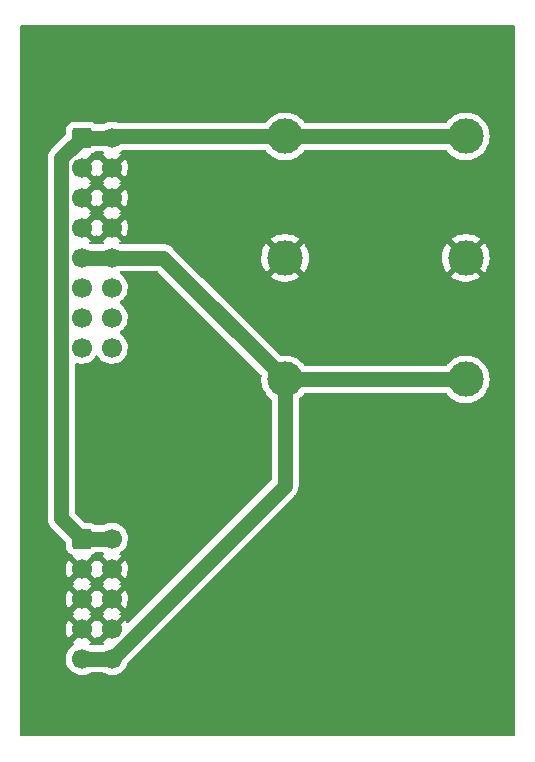
<source format=gtl>
%TF.GenerationSoftware,KiCad,Pcbnew,(6.0.0-0)*%
%TF.CreationDate,2022-04-11T16:32:45+01:00*%
%TF.ProjectId,euro-power-friend,6575726f-2d70-46f7-9765-722d66726965,rev?*%
%TF.SameCoordinates,Original*%
%TF.FileFunction,Copper,L1,Top*%
%TF.FilePolarity,Positive*%
%FSLAX46Y46*%
G04 Gerber Fmt 4.6, Leading zero omitted, Abs format (unit mm)*
G04 Created by KiCad (PCBNEW (6.0.0-0)) date 2022-04-11 16:32:45*
%MOMM*%
%LPD*%
G01*
G04 APERTURE LIST*
G04 Aperture macros list*
%AMRoundRect*
0 Rectangle with rounded corners*
0 $1 Rounding radius*
0 $2 $3 $4 $5 $6 $7 $8 $9 X,Y pos of 4 corners*
0 Add a 4 corners polygon primitive as box body*
4,1,4,$2,$3,$4,$5,$6,$7,$8,$9,$2,$3,0*
0 Add four circle primitives for the rounded corners*
1,1,$1+$1,$2,$3*
1,1,$1+$1,$4,$5*
1,1,$1+$1,$6,$7*
1,1,$1+$1,$8,$9*
0 Add four rect primitives between the rounded corners*
20,1,$1+$1,$2,$3,$4,$5,0*
20,1,$1+$1,$4,$5,$6,$7,0*
20,1,$1+$1,$6,$7,$8,$9,0*
20,1,$1+$1,$8,$9,$2,$3,0*%
G04 Aperture macros list end*
%TA.AperFunction,ComponentPad*%
%ADD10RoundRect,0.250000X-0.600000X-0.600000X0.600000X-0.600000X0.600000X0.600000X-0.600000X0.600000X0*%
%TD*%
%TA.AperFunction,ComponentPad*%
%ADD11C,1.700000*%
%TD*%
%TA.AperFunction,ComponentPad*%
%ADD12C,3.000000*%
%TD*%
%TA.AperFunction,ViaPad*%
%ADD13C,0.762000*%
%TD*%
%TA.AperFunction,Conductor*%
%ADD14C,1.270000*%
%TD*%
G04 APERTURE END LIST*
D10*
%TO.P,J5,1,Pin_1*%
%TO.N,-12V*%
X118237000Y-104569500D03*
D11*
%TO.P,J5,2,Pin_2*%
X120777000Y-104569500D03*
%TO.P,J5,3,Pin_3*%
%TO.N,GND*%
X118237000Y-107109500D03*
%TO.P,J5,4,Pin_4*%
X120777000Y-107109500D03*
%TO.P,J5,5,Pin_5*%
X118237000Y-109649500D03*
%TO.P,J5,6,Pin_6*%
X120777000Y-109649500D03*
%TO.P,J5,7,Pin_7*%
X118237000Y-112189500D03*
%TO.P,J5,8,Pin_8*%
X120777000Y-112189500D03*
%TO.P,J5,9,Pin_9*%
%TO.N,+12V*%
X118237000Y-114729500D03*
%TO.P,J5,10,Pin_10*%
X120777000Y-114729500D03*
%TD*%
D10*
%TO.P,J4,1,Pin_1*%
%TO.N,-12V*%
X118229806Y-70600432D03*
D11*
%TO.P,J4,2,Pin_2*%
X120769806Y-70600432D03*
%TO.P,J4,3,Pin_3*%
%TO.N,GND*%
X118229806Y-73140432D03*
%TO.P,J4,4,Pin_4*%
X120769806Y-73140432D03*
%TO.P,J4,5,Pin_5*%
X118229806Y-75680432D03*
%TO.P,J4,6,Pin_6*%
X120769806Y-75680432D03*
%TO.P,J4,7,Pin_7*%
X118229806Y-78220432D03*
%TO.P,J4,8,Pin_8*%
X120769806Y-78220432D03*
%TO.P,J4,9,Pin_9*%
%TO.N,+12V*%
X118229806Y-80760432D03*
%TO.P,J4,10,Pin_10*%
X120769806Y-80760432D03*
%TO.P,J4,11,Pin_11*%
%TO.N,unconnected-(J4-Pad11)*%
X118229806Y-83300432D03*
%TO.P,J4,12,Pin_12*%
%TO.N,unconnected-(J4-Pad12)*%
X120769806Y-83300432D03*
%TO.P,J4,13,Pin_13*%
%TO.N,unconnected-(J4-Pad13)*%
X118229806Y-85840432D03*
%TO.P,J4,14,Pin_14*%
%TO.N,unconnected-(J4-Pad14)*%
X120769806Y-85840432D03*
%TO.P,J4,15,Pin_15*%
%TO.N,unconnected-(J4-Pad15)*%
X118229806Y-88380432D03*
%TO.P,J4,16,Pin_16*%
%TO.N,unconnected-(J4-Pad16)*%
X120769806Y-88380432D03*
%TD*%
D12*
%TO.P,J3,1*%
%TO.N,-12V*%
X135449000Y-70485000D03*
X150749000Y-70485000D03*
%TD*%
%TO.P,J2,1*%
%TO.N,GND*%
X150749000Y-80772000D03*
X135449000Y-80772000D03*
%TD*%
%TO.P,J1,1*%
%TO.N,+12V*%
X135449000Y-91059000D03*
X150749000Y-91059000D03*
%TD*%
D13*
%TO.N,GND*%
X128270000Y-76327000D03*
X127889000Y-65659000D03*
X147193000Y-112522000D03*
X127889000Y-95758000D03*
%TD*%
D14*
%TO.N,+12V*%
X120777000Y-114729500D02*
X135449000Y-100057500D01*
X135449000Y-100057500D02*
X135449000Y-91059000D01*
X135449000Y-91059000D02*
X125150432Y-80760432D01*
X125150432Y-80760432D02*
X120769806Y-80760432D01*
X150749000Y-91059000D02*
X135449000Y-91059000D01*
%TO.N,-12V*%
X135449000Y-70485000D02*
X120885238Y-70485000D01*
X120885238Y-70485000D02*
X120769806Y-70600432D01*
X150749000Y-70485000D02*
X135449000Y-70485000D01*
X118237000Y-104569500D02*
X120777000Y-104569500D01*
X118229806Y-70600432D02*
X116491295Y-72338943D01*
X116491295Y-102823795D02*
X118237000Y-104569500D01*
X116491295Y-72338943D02*
X116491295Y-102823795D01*
%TO.N,+12V*%
X120769806Y-80760432D02*
X118229806Y-80760432D01*
X120777000Y-114729500D02*
X118237000Y-114729500D01*
%TO.N,-12V*%
X120769806Y-70600432D02*
X118229806Y-70600432D01*
X120781374Y-70612000D02*
X120769806Y-70600432D01*
%TD*%
%TA.AperFunction,Conductor*%
%TO.N,GND*%
G36*
X154783058Y-61088500D02*
G01*
X154797859Y-61090805D01*
X154797862Y-61090805D01*
X154806731Y-61092186D01*
X154812852Y-61091385D01*
X154879374Y-61111803D01*
X154925209Y-61166022D01*
X154933777Y-61207865D01*
X154934814Y-61207729D01*
X154938936Y-61239250D01*
X154940000Y-61255588D01*
X154940000Y-121108673D01*
X154938500Y-121128057D01*
X154934814Y-121151731D01*
X154935615Y-121157852D01*
X154915197Y-121224374D01*
X154860978Y-121270209D01*
X154819135Y-121278777D01*
X154819271Y-121279814D01*
X154787750Y-121283936D01*
X154771412Y-121285000D01*
X113206327Y-121285000D01*
X113186942Y-121283500D01*
X113172141Y-121281195D01*
X113172138Y-121281195D01*
X113163269Y-121279814D01*
X113157148Y-121280615D01*
X113090626Y-121260197D01*
X113044791Y-121205978D01*
X113036223Y-121164135D01*
X113035186Y-121164271D01*
X113031064Y-121132750D01*
X113030000Y-121116412D01*
X113030000Y-112161363D01*
X116875050Y-112161363D01*
X116887309Y-112373977D01*
X116888745Y-112384197D01*
X116935565Y-112591946D01*
X116938645Y-112601775D01*
X117018770Y-112799103D01*
X117023413Y-112808294D01*
X117103460Y-112938920D01*
X117113916Y-112948380D01*
X117122694Y-112944596D01*
X117864978Y-112202312D01*
X117871356Y-112190632D01*
X118601408Y-112190632D01*
X118601539Y-112192465D01*
X118605790Y-112199080D01*
X119347474Y-112940764D01*
X119359484Y-112947323D01*
X119371223Y-112938355D01*
X119405022Y-112891319D01*
X119406149Y-112892129D01*
X119453659Y-112848381D01*
X119523596Y-112836161D01*
X119589038Y-112863691D01*
X119616870Y-112895529D01*
X119643459Y-112938919D01*
X119653916Y-112948380D01*
X119662694Y-112944596D01*
X120404978Y-112202312D01*
X120412592Y-112188368D01*
X120412461Y-112186535D01*
X120408210Y-112179920D01*
X119666849Y-111438559D01*
X119655313Y-111432259D01*
X119643028Y-111441884D01*
X119610192Y-111490020D01*
X119555281Y-111535023D01*
X119484756Y-111543194D01*
X119421009Y-111511940D01*
X119400311Y-111487455D01*
X119370062Y-111440697D01*
X119359377Y-111431495D01*
X119349812Y-111435898D01*
X118609022Y-112176688D01*
X118601408Y-112190632D01*
X117871356Y-112190632D01*
X117872592Y-112188368D01*
X117872461Y-112186535D01*
X117868210Y-112179920D01*
X117126849Y-111438559D01*
X117115313Y-111432259D01*
X117103031Y-111441882D01*
X117055089Y-111512162D01*
X117050004Y-111521113D01*
X116960338Y-111714283D01*
X116956775Y-111723970D01*
X116899864Y-111929181D01*
X116897933Y-111939300D01*
X116875302Y-112151074D01*
X116875050Y-112161363D01*
X113030000Y-112161363D01*
X113030000Y-110774353D01*
X117476977Y-110774353D01*
X117482258Y-110781407D01*
X117529479Y-110809001D01*
X117578203Y-110860639D01*
X117591274Y-110930422D01*
X117564543Y-110996194D01*
X117524087Y-111029553D01*
X117515466Y-111034041D01*
X117506734Y-111039539D01*
X117486677Y-111054599D01*
X117478223Y-111065927D01*
X117484968Y-111078258D01*
X118224188Y-111817478D01*
X118238132Y-111825092D01*
X118239965Y-111824961D01*
X118246580Y-111820710D01*
X118990389Y-111076901D01*
X118997410Y-111064044D01*
X118990611Y-111054713D01*
X118986559Y-111052021D01*
X118949116Y-111031352D01*
X118899145Y-110980920D01*
X118884373Y-110911477D01*
X118909489Y-110845072D01*
X118936840Y-110818465D01*
X118986247Y-110783223D01*
X118993211Y-110774353D01*
X120016977Y-110774353D01*
X120022258Y-110781407D01*
X120069479Y-110809001D01*
X120118203Y-110860639D01*
X120131274Y-110930422D01*
X120104543Y-110996194D01*
X120064087Y-111029553D01*
X120055466Y-111034041D01*
X120046734Y-111039539D01*
X120026677Y-111054599D01*
X120018223Y-111065927D01*
X120024968Y-111078258D01*
X120764188Y-111817478D01*
X120778132Y-111825092D01*
X120779965Y-111824961D01*
X120786580Y-111820710D01*
X121530389Y-111076901D01*
X121537410Y-111064044D01*
X121530611Y-111054713D01*
X121526559Y-111052021D01*
X121489116Y-111031352D01*
X121439145Y-110980920D01*
X121424373Y-110911477D01*
X121449489Y-110845072D01*
X121476840Y-110818465D01*
X121526247Y-110783223D01*
X121534648Y-110772523D01*
X121527660Y-110759370D01*
X120789812Y-110021522D01*
X120775868Y-110013908D01*
X120774035Y-110014039D01*
X120767420Y-110018290D01*
X120023737Y-110761973D01*
X120016977Y-110774353D01*
X118993211Y-110774353D01*
X118994648Y-110772523D01*
X118987660Y-110759370D01*
X118249812Y-110021522D01*
X118235868Y-110013908D01*
X118234035Y-110014039D01*
X118227420Y-110018290D01*
X117483737Y-110761973D01*
X117476977Y-110774353D01*
X113030000Y-110774353D01*
X113030000Y-109621363D01*
X116875050Y-109621363D01*
X116887309Y-109833977D01*
X116888745Y-109844197D01*
X116935565Y-110051946D01*
X116938645Y-110061775D01*
X117018770Y-110259103D01*
X117023413Y-110268294D01*
X117103460Y-110398920D01*
X117113916Y-110408380D01*
X117122694Y-110404596D01*
X117864978Y-109662312D01*
X117871356Y-109650632D01*
X118601408Y-109650632D01*
X118601539Y-109652465D01*
X118605790Y-109659080D01*
X119347474Y-110400764D01*
X119359484Y-110407323D01*
X119371223Y-110398355D01*
X119405022Y-110351319D01*
X119406149Y-110352129D01*
X119453659Y-110308381D01*
X119523596Y-110296161D01*
X119589038Y-110323691D01*
X119616870Y-110355529D01*
X119643459Y-110398919D01*
X119653916Y-110408380D01*
X119662694Y-110404596D01*
X120404978Y-109662312D01*
X120411356Y-109650632D01*
X121141408Y-109650632D01*
X121141539Y-109652465D01*
X121145790Y-109659080D01*
X121887474Y-110400764D01*
X121899484Y-110407323D01*
X121911223Y-110398355D01*
X121942004Y-110355519D01*
X121947315Y-110346680D01*
X122041670Y-110155767D01*
X122045469Y-110146172D01*
X122107376Y-109942415D01*
X122109555Y-109932334D01*
X122137590Y-109719387D01*
X122138109Y-109712712D01*
X122139572Y-109652864D01*
X122139378Y-109646146D01*
X122121781Y-109432104D01*
X122120096Y-109421924D01*
X122068214Y-109215375D01*
X122064894Y-109205624D01*
X121979972Y-109010314D01*
X121975105Y-109001239D01*
X121910063Y-108900697D01*
X121899377Y-108891495D01*
X121889812Y-108895898D01*
X121149022Y-109636688D01*
X121141408Y-109650632D01*
X120411356Y-109650632D01*
X120412592Y-109648368D01*
X120412461Y-109646535D01*
X120408210Y-109639920D01*
X119666849Y-108898559D01*
X119655313Y-108892259D01*
X119643028Y-108901884D01*
X119610192Y-108950020D01*
X119555281Y-108995023D01*
X119484756Y-109003194D01*
X119421009Y-108971940D01*
X119400311Y-108947455D01*
X119370062Y-108900697D01*
X119359377Y-108891495D01*
X119349812Y-108895898D01*
X118609022Y-109636688D01*
X118601408Y-109650632D01*
X117871356Y-109650632D01*
X117872592Y-109648368D01*
X117872461Y-109646535D01*
X117868210Y-109639920D01*
X117126849Y-108898559D01*
X117115313Y-108892259D01*
X117103031Y-108901882D01*
X117055089Y-108972162D01*
X117050004Y-108981113D01*
X116960338Y-109174283D01*
X116956775Y-109183970D01*
X116899864Y-109389181D01*
X116897933Y-109399300D01*
X116875302Y-109611074D01*
X116875050Y-109621363D01*
X113030000Y-109621363D01*
X113030000Y-108234353D01*
X117476977Y-108234353D01*
X117482258Y-108241407D01*
X117529479Y-108269001D01*
X117578203Y-108320639D01*
X117591274Y-108390422D01*
X117564543Y-108456194D01*
X117524087Y-108489553D01*
X117515466Y-108494041D01*
X117506734Y-108499539D01*
X117486677Y-108514599D01*
X117478223Y-108525927D01*
X117484968Y-108538258D01*
X118224188Y-109277478D01*
X118238132Y-109285092D01*
X118239965Y-109284961D01*
X118246580Y-109280710D01*
X118990389Y-108536901D01*
X118997410Y-108524044D01*
X118990611Y-108514713D01*
X118986559Y-108512021D01*
X118949116Y-108491352D01*
X118899145Y-108440920D01*
X118884373Y-108371477D01*
X118909489Y-108305072D01*
X118936840Y-108278465D01*
X118986247Y-108243223D01*
X118993211Y-108234353D01*
X120016977Y-108234353D01*
X120022258Y-108241407D01*
X120069479Y-108269001D01*
X120118203Y-108320639D01*
X120131274Y-108390422D01*
X120104543Y-108456194D01*
X120064087Y-108489553D01*
X120055466Y-108494041D01*
X120046734Y-108499539D01*
X120026677Y-108514599D01*
X120018223Y-108525927D01*
X120024968Y-108538258D01*
X120764188Y-109277478D01*
X120778132Y-109285092D01*
X120779965Y-109284961D01*
X120786580Y-109280710D01*
X121530389Y-108536901D01*
X121537410Y-108524044D01*
X121530611Y-108514713D01*
X121526559Y-108512021D01*
X121489116Y-108491352D01*
X121439145Y-108440920D01*
X121424373Y-108371477D01*
X121449489Y-108305072D01*
X121476840Y-108278465D01*
X121526247Y-108243223D01*
X121534648Y-108232523D01*
X121527660Y-108219370D01*
X120789812Y-107481522D01*
X120775868Y-107473908D01*
X120774035Y-107474039D01*
X120767420Y-107478290D01*
X120023737Y-108221973D01*
X120016977Y-108234353D01*
X118993211Y-108234353D01*
X118994648Y-108232523D01*
X118987660Y-108219370D01*
X118249812Y-107481522D01*
X118235868Y-107473908D01*
X118234035Y-107474039D01*
X118227420Y-107478290D01*
X117483737Y-108221973D01*
X117476977Y-108234353D01*
X113030000Y-108234353D01*
X113030000Y-107081363D01*
X116875050Y-107081363D01*
X116887309Y-107293977D01*
X116888745Y-107304197D01*
X116935565Y-107511946D01*
X116938645Y-107521775D01*
X117018770Y-107719103D01*
X117023413Y-107728294D01*
X117103460Y-107858920D01*
X117113916Y-107868380D01*
X117122694Y-107864596D01*
X117864978Y-107122312D01*
X117871356Y-107110632D01*
X118601408Y-107110632D01*
X118601539Y-107112465D01*
X118605790Y-107119080D01*
X119347474Y-107860764D01*
X119359484Y-107867323D01*
X119371223Y-107858355D01*
X119405022Y-107811319D01*
X119406149Y-107812129D01*
X119453659Y-107768381D01*
X119523596Y-107756161D01*
X119589038Y-107783691D01*
X119616870Y-107815529D01*
X119643459Y-107858919D01*
X119653916Y-107868380D01*
X119662694Y-107864596D01*
X120404978Y-107122312D01*
X120411356Y-107110632D01*
X121141408Y-107110632D01*
X121141539Y-107112465D01*
X121145790Y-107119080D01*
X121887474Y-107860764D01*
X121899484Y-107867323D01*
X121911223Y-107858355D01*
X121942004Y-107815519D01*
X121947315Y-107806680D01*
X122041670Y-107615767D01*
X122045469Y-107606172D01*
X122107376Y-107402415D01*
X122109555Y-107392334D01*
X122137590Y-107179387D01*
X122138109Y-107172712D01*
X122139572Y-107112864D01*
X122139378Y-107106146D01*
X122121781Y-106892104D01*
X122120096Y-106881924D01*
X122068214Y-106675375D01*
X122064894Y-106665624D01*
X121979972Y-106470314D01*
X121975105Y-106461239D01*
X121910063Y-106360697D01*
X121899377Y-106351495D01*
X121889812Y-106355898D01*
X121149022Y-107096688D01*
X121141408Y-107110632D01*
X120411356Y-107110632D01*
X120412592Y-107108368D01*
X120412461Y-107106535D01*
X120408210Y-107099920D01*
X119666849Y-106358559D01*
X119655313Y-106352259D01*
X119643028Y-106361884D01*
X119610192Y-106410020D01*
X119555281Y-106455023D01*
X119484756Y-106463194D01*
X119421009Y-106431940D01*
X119400311Y-106407455D01*
X119370062Y-106360697D01*
X119359377Y-106351495D01*
X119349812Y-106355898D01*
X118609022Y-107096688D01*
X118601408Y-107110632D01*
X117871356Y-107110632D01*
X117872592Y-107108368D01*
X117872461Y-107106535D01*
X117868210Y-107099920D01*
X117126849Y-106358559D01*
X117115313Y-106352259D01*
X117103031Y-106361882D01*
X117055089Y-106432162D01*
X117050004Y-106441113D01*
X116960338Y-106634283D01*
X116956775Y-106643970D01*
X116899864Y-106849181D01*
X116897933Y-106859300D01*
X116875302Y-107071074D01*
X116875050Y-107081363D01*
X113030000Y-107081363D01*
X113030000Y-102853856D01*
X115343289Y-102853856D01*
X115353694Y-102941768D01*
X115354031Y-102944981D01*
X115362126Y-103033074D01*
X115363694Y-103038634D01*
X115364356Y-103042207D01*
X115366545Y-103053210D01*
X115367313Y-103056823D01*
X115367992Y-103062560D01*
X115394233Y-103147071D01*
X115395149Y-103150168D01*
X115419172Y-103235344D01*
X115421730Y-103240532D01*
X115423055Y-103243983D01*
X115427196Y-103254361D01*
X115428599Y-103257748D01*
X115430313Y-103263268D01*
X115433004Y-103268382D01*
X115433004Y-103268383D01*
X115471493Y-103341540D01*
X115472990Y-103344476D01*
X115512124Y-103423832D01*
X115515582Y-103428463D01*
X115517545Y-103431666D01*
X115523468Y-103441053D01*
X115525477Y-103444146D01*
X115528166Y-103449258D01*
X115582951Y-103518751D01*
X115584922Y-103521321D01*
X115634411Y-103587596D01*
X115634418Y-103587603D01*
X115637868Y-103592224D01*
X115642102Y-103596138D01*
X115642104Y-103596140D01*
X115698268Y-103648057D01*
X115701834Y-103651487D01*
X116841595Y-104791248D01*
X116875621Y-104853560D01*
X116878500Y-104880343D01*
X116878500Y-105219900D01*
X116878837Y-105223146D01*
X116878837Y-105223150D01*
X116884298Y-105275777D01*
X116889474Y-105325666D01*
X116891655Y-105332202D01*
X116891655Y-105332204D01*
X116935728Y-105464306D01*
X116945450Y-105493446D01*
X117038522Y-105643848D01*
X117163697Y-105768805D01*
X117169927Y-105772645D01*
X117169928Y-105772646D01*
X117307090Y-105857194D01*
X117314262Y-105861615D01*
X117384939Y-105885057D01*
X117389219Y-105886477D01*
X117447579Y-105926907D01*
X117458299Y-105952711D01*
X117459650Y-105951972D01*
X117484968Y-105998258D01*
X118224188Y-106737478D01*
X118238132Y-106745092D01*
X118239965Y-106744961D01*
X118246580Y-106740710D01*
X118990389Y-105996901D01*
X119013183Y-105955159D01*
X119015357Y-105945166D01*
X119065561Y-105894966D01*
X119086066Y-105886032D01*
X119108552Y-105878530D01*
X119160946Y-105861050D01*
X119311348Y-105767978D01*
X119329314Y-105749981D01*
X119391597Y-105715903D01*
X119418486Y-105713000D01*
X120003582Y-105713000D01*
X120071703Y-105733002D01*
X120118196Y-105786658D01*
X120128300Y-105856932D01*
X120098806Y-105921512D01*
X120061763Y-105950763D01*
X120055462Y-105954043D01*
X120046734Y-105959539D01*
X120026677Y-105974599D01*
X120018223Y-105985927D01*
X120024968Y-105998258D01*
X120764188Y-106737478D01*
X120778132Y-106745092D01*
X120779965Y-106744961D01*
X120786580Y-106740710D01*
X121530389Y-105996901D01*
X121537410Y-105984044D01*
X121530611Y-105974713D01*
X121526559Y-105972021D01*
X121489602Y-105951620D01*
X121439631Y-105901187D01*
X121424859Y-105831745D01*
X121449975Y-105765339D01*
X121477327Y-105738732D01*
X121513402Y-105713000D01*
X121656860Y-105610673D01*
X121815096Y-105452989D01*
X121945453Y-105271577D01*
X121972608Y-105216634D01*
X122042136Y-105075953D01*
X122042137Y-105075951D01*
X122044430Y-105071311D01*
X122109370Y-104857569D01*
X122138529Y-104636090D01*
X122140156Y-104569500D01*
X122121852Y-104346861D01*
X122067431Y-104130202D01*
X121978354Y-103925340D01*
X121857014Y-103737777D01*
X121706670Y-103572551D01*
X121702619Y-103569352D01*
X121702615Y-103569348D01*
X121535414Y-103437300D01*
X121535410Y-103437298D01*
X121531359Y-103434098D01*
X121516690Y-103426000D01*
X121449977Y-103389173D01*
X121335789Y-103326138D01*
X121330920Y-103324414D01*
X121330916Y-103324412D01*
X121130087Y-103253295D01*
X121130083Y-103253294D01*
X121125212Y-103251569D01*
X121120119Y-103250662D01*
X121120116Y-103250661D01*
X120910373Y-103213300D01*
X120910367Y-103213299D01*
X120905284Y-103212394D01*
X120831452Y-103211492D01*
X120687081Y-103209728D01*
X120687079Y-103209728D01*
X120681911Y-103209665D01*
X120461091Y-103243455D01*
X120248756Y-103312857D01*
X120145990Y-103366354D01*
X120058760Y-103411763D01*
X120000580Y-103426000D01*
X119418332Y-103426000D01*
X119350211Y-103405998D01*
X119329314Y-103389173D01*
X119315483Y-103375366D01*
X119310303Y-103370195D01*
X119236030Y-103324412D01*
X119165968Y-103281225D01*
X119165966Y-103281224D01*
X119159738Y-103277385D01*
X119016213Y-103229780D01*
X118998389Y-103223868D01*
X118998387Y-103223868D01*
X118991861Y-103221703D01*
X118985025Y-103221003D01*
X118985022Y-103221002D01*
X118941969Y-103216591D01*
X118887400Y-103211000D01*
X118547843Y-103211000D01*
X118479722Y-103190998D01*
X118458748Y-103174095D01*
X117671700Y-102387047D01*
X117637674Y-102324735D01*
X117634795Y-102297952D01*
X117634795Y-89790464D01*
X117654797Y-89722343D01*
X117708453Y-89675850D01*
X117778727Y-89665746D01*
X117805745Y-89672754D01*
X117849498Y-89689462D01*
X117854566Y-89690493D01*
X117854569Y-89690494D01*
X117961823Y-89712315D01*
X118068403Y-89733999D01*
X118073578Y-89734189D01*
X118073580Y-89734189D01*
X118286479Y-89741996D01*
X118286483Y-89741996D01*
X118291643Y-89742185D01*
X118296763Y-89741529D01*
X118296765Y-89741529D01*
X118508094Y-89714457D01*
X118508095Y-89714457D01*
X118513222Y-89713800D01*
X118518172Y-89712315D01*
X118722235Y-89651093D01*
X118722240Y-89651091D01*
X118727190Y-89649606D01*
X118927800Y-89551328D01*
X119109666Y-89421605D01*
X119115541Y-89415751D01*
X119254632Y-89277145D01*
X119267902Y-89263921D01*
X119337871Y-89166549D01*
X119398259Y-89082509D01*
X119399582Y-89083460D01*
X119446451Y-89040289D01*
X119516386Y-89028057D01*
X119581832Y-89055576D01*
X119609681Y-89087426D01*
X119669793Y-89185520D01*
X119816056Y-89354370D01*
X119987932Y-89497064D01*
X120180806Y-89609770D01*
X120389498Y-89689462D01*
X120394566Y-89690493D01*
X120394569Y-89690494D01*
X120501823Y-89712315D01*
X120608403Y-89733999D01*
X120613578Y-89734189D01*
X120613580Y-89734189D01*
X120826479Y-89741996D01*
X120826483Y-89741996D01*
X120831643Y-89742185D01*
X120836763Y-89741529D01*
X120836765Y-89741529D01*
X121048094Y-89714457D01*
X121048095Y-89714457D01*
X121053222Y-89713800D01*
X121058172Y-89712315D01*
X121262235Y-89651093D01*
X121262240Y-89651091D01*
X121267190Y-89649606D01*
X121467800Y-89551328D01*
X121649666Y-89421605D01*
X121655541Y-89415751D01*
X121794632Y-89277145D01*
X121807902Y-89263921D01*
X121877871Y-89166549D01*
X121935241Y-89086709D01*
X121938259Y-89082509D01*
X121953428Y-89051818D01*
X122034942Y-88886885D01*
X122034943Y-88886883D01*
X122037236Y-88882243D01*
X122102176Y-88668501D01*
X122131335Y-88447022D01*
X122132962Y-88380432D01*
X122114658Y-88157793D01*
X122060237Y-87941134D01*
X121971160Y-87736272D01*
X121849820Y-87548709D01*
X121699476Y-87383483D01*
X121695425Y-87380284D01*
X121695421Y-87380280D01*
X121528220Y-87248232D01*
X121528216Y-87248230D01*
X121524165Y-87245030D01*
X121482859Y-87222228D01*
X121432890Y-87171796D01*
X121418118Y-87102353D01*
X121443234Y-87035948D01*
X121470586Y-87009341D01*
X121514409Y-86978082D01*
X121649666Y-86881605D01*
X121807902Y-86723921D01*
X121938259Y-86542509D01*
X121959126Y-86500289D01*
X122034942Y-86346885D01*
X122034943Y-86346883D01*
X122037236Y-86342243D01*
X122102176Y-86128501D01*
X122131335Y-85907022D01*
X122132962Y-85840432D01*
X122114658Y-85617793D01*
X122060237Y-85401134D01*
X121971160Y-85196272D01*
X121849820Y-85008709D01*
X121699476Y-84843483D01*
X121695425Y-84840284D01*
X121695421Y-84840280D01*
X121528220Y-84708232D01*
X121528216Y-84708230D01*
X121524165Y-84705030D01*
X121482859Y-84682228D01*
X121432890Y-84631796D01*
X121418118Y-84562353D01*
X121443234Y-84495948D01*
X121470586Y-84469341D01*
X121514409Y-84438082D01*
X121649666Y-84341605D01*
X121807902Y-84183921D01*
X121938259Y-84002509D01*
X121959126Y-83960289D01*
X122034942Y-83806885D01*
X122034943Y-83806883D01*
X122037236Y-83802243D01*
X122102176Y-83588501D01*
X122131335Y-83367022D01*
X122132962Y-83300432D01*
X122114658Y-83077793D01*
X122060237Y-82861134D01*
X121971160Y-82656272D01*
X121931712Y-82595294D01*
X121852628Y-82473049D01*
X121852626Y-82473046D01*
X121849820Y-82468709D01*
X121699476Y-82303483D01*
X121695425Y-82300284D01*
X121695421Y-82300280D01*
X121528220Y-82168232D01*
X121528216Y-82168230D01*
X121524165Y-82165030D01*
X121482859Y-82142228D01*
X121432890Y-82091796D01*
X121418118Y-82022353D01*
X121443234Y-81955948D01*
X121470584Y-81929342D01*
X121473371Y-81927354D01*
X121546541Y-81903932D01*
X124624589Y-81903932D01*
X124692710Y-81923934D01*
X124713684Y-81940837D01*
X133423188Y-90650341D01*
X133457214Y-90712653D01*
X133458742Y-90757839D01*
X133458316Y-90760723D01*
X133457404Y-90764907D01*
X133435917Y-91037918D01*
X133451682Y-91311320D01*
X133452507Y-91315525D01*
X133452508Y-91315533D01*
X133463127Y-91369657D01*
X133504405Y-91580053D01*
X133505792Y-91584103D01*
X133505793Y-91584108D01*
X133526605Y-91644895D01*
X133593112Y-91839144D01*
X133716160Y-92083799D01*
X133718586Y-92087328D01*
X133718589Y-92087334D01*
X133797741Y-92202500D01*
X133871274Y-92309490D01*
X134055582Y-92512043D01*
X134260322Y-92683231D01*
X134299752Y-92742272D01*
X134305500Y-92779894D01*
X134305500Y-99531656D01*
X134285498Y-99599777D01*
X134268595Y-99620751D01*
X122219637Y-111669709D01*
X122157325Y-111703735D01*
X122086510Y-111698670D01*
X122029674Y-111656123D01*
X122014992Y-111630856D01*
X121979972Y-111550314D01*
X121975105Y-111541239D01*
X121910063Y-111440697D01*
X121899377Y-111431495D01*
X121889812Y-111435898D01*
X120023737Y-113301973D01*
X120016977Y-113314353D01*
X120022258Y-113321407D01*
X120068969Y-113348703D01*
X120117693Y-113400341D01*
X120130764Y-113470124D01*
X120104033Y-113535896D01*
X120063587Y-113569250D01*
X120058764Y-113571761D01*
X120000580Y-113586000D01*
X119011471Y-113586000D01*
X118943350Y-113565998D01*
X118896857Y-113512342D01*
X118886753Y-113442068D01*
X118916247Y-113377488D01*
X118938302Y-113357422D01*
X118986247Y-113323223D01*
X118994648Y-113312523D01*
X118987660Y-113299370D01*
X118249812Y-112561522D01*
X118235868Y-112553908D01*
X118234035Y-112554039D01*
X118227420Y-112558290D01*
X117483737Y-113301973D01*
X117476977Y-113314353D01*
X117482258Y-113321407D01*
X117528969Y-113348703D01*
X117577693Y-113400341D01*
X117590764Y-113470124D01*
X117564033Y-113535896D01*
X117523585Y-113569251D01*
X117510607Y-113576007D01*
X117506474Y-113579110D01*
X117506471Y-113579112D01*
X117336100Y-113707030D01*
X117331965Y-113710135D01*
X117177629Y-113871638D01*
X117051743Y-114056180D01*
X116957688Y-114258805D01*
X116897989Y-114474070D01*
X116874251Y-114696195D01*
X116887110Y-114919215D01*
X116888247Y-114924261D01*
X116888248Y-114924267D01*
X116909275Y-115017569D01*
X116936222Y-115137139D01*
X117020266Y-115344116D01*
X117136987Y-115534588D01*
X117283250Y-115703438D01*
X117455126Y-115846132D01*
X117648000Y-115958838D01*
X117856692Y-116038530D01*
X117861760Y-116039561D01*
X117861763Y-116039562D01*
X117969017Y-116061383D01*
X118075597Y-116083067D01*
X118080772Y-116083257D01*
X118080774Y-116083257D01*
X118293673Y-116091064D01*
X118293677Y-116091064D01*
X118298837Y-116091253D01*
X118303957Y-116090597D01*
X118303959Y-116090597D01*
X118515288Y-116063525D01*
X118515289Y-116063525D01*
X118520416Y-116062868D01*
X118525366Y-116061383D01*
X118729429Y-116000161D01*
X118729434Y-116000159D01*
X118734384Y-115998674D01*
X118934994Y-115900396D01*
X118939205Y-115897393D01*
X118939209Y-115897390D01*
X118940569Y-115896420D01*
X118941146Y-115896235D01*
X118943648Y-115894744D01*
X118943994Y-115895324D01*
X119013735Y-115873000D01*
X120006990Y-115873000D01*
X120070560Y-115890212D01*
X120188000Y-115958838D01*
X120396692Y-116038530D01*
X120401760Y-116039561D01*
X120401763Y-116039562D01*
X120509017Y-116061383D01*
X120615597Y-116083067D01*
X120620772Y-116083257D01*
X120620774Y-116083257D01*
X120833673Y-116091064D01*
X120833677Y-116091064D01*
X120838837Y-116091253D01*
X120843957Y-116090597D01*
X120843959Y-116090597D01*
X121055288Y-116063525D01*
X121055289Y-116063525D01*
X121060416Y-116062868D01*
X121065366Y-116061383D01*
X121269429Y-116000161D01*
X121269434Y-116000159D01*
X121274384Y-115998674D01*
X121474994Y-115900396D01*
X121656860Y-115770673D01*
X121815096Y-115612989D01*
X121874594Y-115530189D01*
X121942435Y-115435777D01*
X121945453Y-115431577D01*
X122044430Y-115231311D01*
X122101638Y-115043018D01*
X122133101Y-114990552D01*
X136227304Y-100896349D01*
X136233322Y-100890712D01*
X136277680Y-100851811D01*
X136282019Y-100848006D01*
X136336793Y-100778527D01*
X136338853Y-100775983D01*
X136391728Y-100712408D01*
X136391735Y-100712398D01*
X136395425Y-100707961D01*
X136398250Y-100702917D01*
X136400351Y-100699859D01*
X136406552Y-100690579D01*
X136408555Y-100687495D01*
X136412128Y-100682963D01*
X136414812Y-100677862D01*
X136414815Y-100677857D01*
X136453319Y-100604671D01*
X136454894Y-100601771D01*
X136495290Y-100529640D01*
X136495291Y-100529638D01*
X136498114Y-100524597D01*
X136499972Y-100519122D01*
X136501481Y-100515733D01*
X136505889Y-100505472D01*
X136507292Y-100502086D01*
X136509982Y-100496973D01*
X136536224Y-100412460D01*
X136537244Y-100409322D01*
X136563812Y-100331056D01*
X136563812Y-100331055D01*
X136565668Y-100325588D01*
X136566497Y-100319873D01*
X136567366Y-100316252D01*
X136569836Y-100305337D01*
X136570592Y-100301779D01*
X136572304Y-100296266D01*
X136582708Y-100208366D01*
X136583131Y-100205154D01*
X136595825Y-100117603D01*
X136592597Y-100035446D01*
X136592500Y-100030499D01*
X136592500Y-92776046D01*
X136612502Y-92707925D01*
X136640754Y-92676892D01*
X136792708Y-92557745D01*
X136796089Y-92555094D01*
X136837809Y-92512043D01*
X136983686Y-92361509D01*
X136986669Y-92358431D01*
X136989202Y-92354983D01*
X136989206Y-92354978D01*
X137029071Y-92300708D01*
X137063451Y-92253905D01*
X137119898Y-92210847D01*
X137164997Y-92202500D01*
X149031449Y-92202500D01*
X149099570Y-92222502D01*
X149135289Y-92257132D01*
X149171274Y-92309490D01*
X149355582Y-92512043D01*
X149565675Y-92687707D01*
X149569316Y-92689991D01*
X149794024Y-92830951D01*
X149794028Y-92830953D01*
X149797664Y-92833234D01*
X149865544Y-92863883D01*
X150043345Y-92944164D01*
X150043349Y-92944166D01*
X150047257Y-92945930D01*
X150051377Y-92947150D01*
X150051376Y-92947150D01*
X150305723Y-93022491D01*
X150305727Y-93022492D01*
X150309836Y-93023709D01*
X150314070Y-93024357D01*
X150314075Y-93024358D01*
X150576298Y-93064483D01*
X150576300Y-93064483D01*
X150580540Y-93065132D01*
X150719912Y-93067322D01*
X150850071Y-93069367D01*
X150850077Y-93069367D01*
X150854362Y-93069434D01*
X151126235Y-93036534D01*
X151391127Y-92967041D01*
X151395087Y-92965401D01*
X151395092Y-92965399D01*
X151517631Y-92914641D01*
X151644136Y-92862241D01*
X151880582Y-92724073D01*
X152096089Y-92555094D01*
X152137809Y-92512043D01*
X152283686Y-92361509D01*
X152286669Y-92358431D01*
X152289202Y-92354983D01*
X152289206Y-92354978D01*
X152446257Y-92141178D01*
X152448795Y-92137723D01*
X152476154Y-92087334D01*
X152577418Y-91900830D01*
X152577419Y-91900828D01*
X152579468Y-91897054D01*
X152676269Y-91640877D01*
X152737407Y-91373933D01*
X152761751Y-91101161D01*
X152762193Y-91059000D01*
X152743567Y-90785778D01*
X152688032Y-90517612D01*
X152596617Y-90259465D01*
X152471013Y-90016112D01*
X152313545Y-89792057D01*
X152218208Y-89689462D01*
X152130046Y-89594588D01*
X152130043Y-89594585D01*
X152127125Y-89591445D01*
X152123810Y-89588731D01*
X152123806Y-89588728D01*
X151923284Y-89424603D01*
X151915205Y-89417990D01*
X151681704Y-89274901D01*
X151677768Y-89273173D01*
X151434873Y-89166549D01*
X151434869Y-89166548D01*
X151430945Y-89164825D01*
X151167566Y-89089800D01*
X151163324Y-89089196D01*
X151163318Y-89089195D01*
X150962834Y-89060662D01*
X150896443Y-89051213D01*
X150752589Y-89050460D01*
X150626877Y-89049802D01*
X150626871Y-89049802D01*
X150622591Y-89049780D01*
X150618347Y-89050339D01*
X150618343Y-89050339D01*
X150499302Y-89066011D01*
X150351078Y-89085525D01*
X150346938Y-89086658D01*
X150346936Y-89086658D01*
X150274008Y-89106609D01*
X150086928Y-89157788D01*
X150082980Y-89159472D01*
X149838982Y-89263546D01*
X149838978Y-89263548D01*
X149835030Y-89265232D01*
X149815125Y-89277145D01*
X149603725Y-89403664D01*
X149603721Y-89403667D01*
X149600043Y-89405868D01*
X149386318Y-89577094D01*
X149317507Y-89649606D01*
X149237421Y-89733999D01*
X149197808Y-89775742D01*
X149195307Y-89779223D01*
X149195300Y-89779231D01*
X149135087Y-89863026D01*
X149079093Y-89906674D01*
X149032765Y-89915500D01*
X137165754Y-89915500D01*
X137097633Y-89895498D01*
X137062667Y-89861950D01*
X137016014Y-89795569D01*
X137016008Y-89795562D01*
X137013545Y-89792057D01*
X136918208Y-89689462D01*
X136830046Y-89594588D01*
X136830043Y-89594585D01*
X136827125Y-89591445D01*
X136823810Y-89588731D01*
X136823806Y-89588728D01*
X136623284Y-89424603D01*
X136615205Y-89417990D01*
X136381704Y-89274901D01*
X136377768Y-89273173D01*
X136134873Y-89166549D01*
X136134869Y-89166548D01*
X136130945Y-89164825D01*
X135867566Y-89089800D01*
X135863324Y-89089196D01*
X135863318Y-89089195D01*
X135662834Y-89060662D01*
X135596443Y-89051213D01*
X135452589Y-89050460D01*
X135326877Y-89049802D01*
X135326871Y-89049802D01*
X135322591Y-89049780D01*
X135318347Y-89050339D01*
X135318343Y-89050339D01*
X135232533Y-89061636D01*
X135149442Y-89072575D01*
X135079293Y-89061636D01*
X135043901Y-89036748D01*
X128368807Y-82361654D01*
X134224618Y-82361654D01*
X134231673Y-82371627D01*
X134262679Y-82397551D01*
X134269598Y-82402579D01*
X134494272Y-82543515D01*
X134501807Y-82547556D01*
X134743520Y-82656694D01*
X134751551Y-82659680D01*
X135005832Y-82735002D01*
X135014184Y-82736869D01*
X135276340Y-82776984D01*
X135284874Y-82777700D01*
X135550045Y-82781867D01*
X135558596Y-82781418D01*
X135821883Y-82749557D01*
X135830284Y-82747955D01*
X136086824Y-82680653D01*
X136094926Y-82677926D01*
X136339949Y-82576434D01*
X136347617Y-82572628D01*
X136576598Y-82438822D01*
X136583679Y-82434009D01*
X136663655Y-82371301D01*
X136670545Y-82361654D01*
X149524618Y-82361654D01*
X149531673Y-82371627D01*
X149562679Y-82397551D01*
X149569598Y-82402579D01*
X149794272Y-82543515D01*
X149801807Y-82547556D01*
X150043520Y-82656694D01*
X150051551Y-82659680D01*
X150305832Y-82735002D01*
X150314184Y-82736869D01*
X150576340Y-82776984D01*
X150584874Y-82777700D01*
X150850045Y-82781867D01*
X150858596Y-82781418D01*
X151121883Y-82749557D01*
X151130284Y-82747955D01*
X151386824Y-82680653D01*
X151394926Y-82677926D01*
X151639949Y-82576434D01*
X151647617Y-82572628D01*
X151876598Y-82438822D01*
X151883679Y-82434009D01*
X151963655Y-82371301D01*
X151972125Y-82359442D01*
X151965608Y-82347818D01*
X150761812Y-81144022D01*
X150747868Y-81136408D01*
X150746035Y-81136539D01*
X150739420Y-81140790D01*
X149531910Y-82348300D01*
X149524618Y-82361654D01*
X136670545Y-82361654D01*
X136672125Y-82359442D01*
X136665608Y-82347818D01*
X135461812Y-81144022D01*
X135447868Y-81136408D01*
X135446035Y-81136539D01*
X135439420Y-81140790D01*
X134231910Y-82348300D01*
X134224618Y-82361654D01*
X128368807Y-82361654D01*
X126762357Y-80755204D01*
X133436665Y-80755204D01*
X133451932Y-81019969D01*
X133453005Y-81028470D01*
X133504065Y-81288722D01*
X133506276Y-81296974D01*
X133592184Y-81547894D01*
X133595499Y-81555779D01*
X133714664Y-81792713D01*
X133719020Y-81800079D01*
X133848347Y-81988250D01*
X133858601Y-81996594D01*
X133872342Y-81989448D01*
X135076978Y-80784812D01*
X135083356Y-80773132D01*
X135813408Y-80773132D01*
X135813539Y-80774965D01*
X135817790Y-80781580D01*
X137024730Y-81988520D01*
X137036939Y-81995187D01*
X137048439Y-81986497D01*
X137145831Y-81853913D01*
X137150418Y-81846685D01*
X137276962Y-81613621D01*
X137280530Y-81605827D01*
X137374271Y-81357750D01*
X137376748Y-81349544D01*
X137435954Y-81091038D01*
X137437294Y-81082577D01*
X137461031Y-80816616D01*
X137461277Y-80811677D01*
X137461666Y-80774485D01*
X137461523Y-80769519D01*
X137460547Y-80755204D01*
X148736665Y-80755204D01*
X148751932Y-81019969D01*
X148753005Y-81028470D01*
X148804065Y-81288722D01*
X148806276Y-81296974D01*
X148892184Y-81547894D01*
X148895499Y-81555779D01*
X149014664Y-81792713D01*
X149019020Y-81800079D01*
X149148347Y-81988250D01*
X149158601Y-81996594D01*
X149172342Y-81989448D01*
X150376978Y-80784812D01*
X150383356Y-80773132D01*
X151113408Y-80773132D01*
X151113539Y-80774965D01*
X151117790Y-80781580D01*
X152324730Y-81988520D01*
X152336939Y-81995187D01*
X152348439Y-81986497D01*
X152445831Y-81853913D01*
X152450418Y-81846685D01*
X152576962Y-81613621D01*
X152580530Y-81605827D01*
X152674271Y-81357750D01*
X152676748Y-81349544D01*
X152735954Y-81091038D01*
X152737294Y-81082577D01*
X152761031Y-80816616D01*
X152761277Y-80811677D01*
X152761666Y-80774485D01*
X152761523Y-80769519D01*
X152743362Y-80503123D01*
X152742201Y-80494649D01*
X152688419Y-80234944D01*
X152686120Y-80226709D01*
X152597588Y-79976705D01*
X152594191Y-79968854D01*
X152472550Y-79733178D01*
X152468122Y-79725866D01*
X152349031Y-79556417D01*
X152338509Y-79548037D01*
X152325121Y-79555089D01*
X151121022Y-80759188D01*
X151113408Y-80773132D01*
X150383356Y-80773132D01*
X150384592Y-80770868D01*
X150384461Y-80769035D01*
X150380210Y-80762420D01*
X149172814Y-79555024D01*
X149160804Y-79548466D01*
X149149064Y-79557434D01*
X149040935Y-79707911D01*
X149036418Y-79715196D01*
X148912325Y-79949567D01*
X148908839Y-79957395D01*
X148817700Y-80206446D01*
X148815311Y-80214670D01*
X148758812Y-80473795D01*
X148757563Y-80482250D01*
X148736754Y-80746653D01*
X148736665Y-80755204D01*
X137460547Y-80755204D01*
X137443362Y-80503123D01*
X137442201Y-80494649D01*
X137388419Y-80234944D01*
X137386120Y-80226709D01*
X137297588Y-79976705D01*
X137294191Y-79968854D01*
X137172550Y-79733178D01*
X137168122Y-79725866D01*
X137049031Y-79556417D01*
X137038509Y-79548037D01*
X137025121Y-79555089D01*
X135821022Y-80759188D01*
X135813408Y-80773132D01*
X135083356Y-80773132D01*
X135084592Y-80770868D01*
X135084461Y-80769035D01*
X135080210Y-80762420D01*
X133872814Y-79555024D01*
X133860804Y-79548466D01*
X133849064Y-79557434D01*
X133740935Y-79707911D01*
X133736418Y-79715196D01*
X133612325Y-79949567D01*
X133608839Y-79957395D01*
X133517700Y-80206446D01*
X133515311Y-80214670D01*
X133458812Y-80473795D01*
X133457563Y-80482250D01*
X133436754Y-80746653D01*
X133436665Y-80755204D01*
X126762357Y-80755204D01*
X125989281Y-79982128D01*
X125983644Y-79976110D01*
X125944748Y-79931758D01*
X125940938Y-79927413D01*
X125871450Y-79872634D01*
X125868885Y-79870556D01*
X125805332Y-79817698D01*
X125805327Y-79817694D01*
X125800892Y-79814006D01*
X125795858Y-79811187D01*
X125792848Y-79809118D01*
X125783578Y-79802924D01*
X125780433Y-79800881D01*
X125775895Y-79797304D01*
X125770787Y-79794616D01*
X125770783Y-79794614D01*
X125697616Y-79756120D01*
X125694716Y-79754545D01*
X125622571Y-79714141D01*
X125622569Y-79714140D01*
X125617528Y-79711317D01*
X125612056Y-79709460D01*
X125608656Y-79707946D01*
X125598445Y-79703559D01*
X125595011Y-79702137D01*
X125589905Y-79699450D01*
X125584391Y-79697738D01*
X125584389Y-79697737D01*
X125505433Y-79673220D01*
X125502297Y-79672201D01*
X125449152Y-79654161D01*
X125418520Y-79643763D01*
X125412807Y-79642934D01*
X125409294Y-79642091D01*
X125398281Y-79639599D01*
X125394714Y-79638841D01*
X125389198Y-79637128D01*
X125383470Y-79636450D01*
X125383465Y-79636449D01*
X125331065Y-79630248D01*
X125301314Y-79626726D01*
X125298092Y-79626302D01*
X125210535Y-79613607D01*
X125128378Y-79616835D01*
X125123431Y-79616932D01*
X121544277Y-79616932D01*
X121476156Y-79596930D01*
X121429663Y-79543274D01*
X121419559Y-79473000D01*
X121449053Y-79408420D01*
X121471108Y-79388354D01*
X121519053Y-79354155D01*
X121527454Y-79343455D01*
X121520466Y-79330302D01*
X121374664Y-79184500D01*
X134225584Y-79184500D01*
X134231980Y-79195770D01*
X135436188Y-80399978D01*
X135450132Y-80407592D01*
X135451965Y-80407461D01*
X135458580Y-80403210D01*
X136665604Y-79196186D01*
X136671985Y-79184500D01*
X149525584Y-79184500D01*
X149531980Y-79195770D01*
X150736188Y-80399978D01*
X150750132Y-80407592D01*
X150751965Y-80407461D01*
X150758580Y-80403210D01*
X151965604Y-79196186D01*
X151972795Y-79183017D01*
X151965473Y-79172780D01*
X151918233Y-79134115D01*
X151911261Y-79129160D01*
X151685122Y-78990582D01*
X151677552Y-78986624D01*
X151434704Y-78880022D01*
X151426644Y-78877120D01*
X151171592Y-78804467D01*
X151163214Y-78802685D01*
X150900656Y-78765318D01*
X150892111Y-78764691D01*
X150626908Y-78763302D01*
X150618374Y-78763839D01*
X150355433Y-78798456D01*
X150347035Y-78800149D01*
X150091238Y-78870127D01*
X150083143Y-78872946D01*
X149839199Y-78976997D01*
X149831577Y-78980881D01*
X149604013Y-79117075D01*
X149596981Y-79121962D01*
X149534053Y-79172377D01*
X149525584Y-79184500D01*
X136671985Y-79184500D01*
X136672795Y-79183017D01*
X136665473Y-79172780D01*
X136618233Y-79134115D01*
X136611261Y-79129160D01*
X136385122Y-78990582D01*
X136377552Y-78986624D01*
X136134704Y-78880022D01*
X136126644Y-78877120D01*
X135871592Y-78804467D01*
X135863214Y-78802685D01*
X135600656Y-78765318D01*
X135592111Y-78764691D01*
X135326908Y-78763302D01*
X135318374Y-78763839D01*
X135055433Y-78798456D01*
X135047035Y-78800149D01*
X134791238Y-78870127D01*
X134783143Y-78872946D01*
X134539199Y-78976997D01*
X134531577Y-78980881D01*
X134304013Y-79117075D01*
X134296981Y-79121962D01*
X134234053Y-79172377D01*
X134225584Y-79184500D01*
X121374664Y-79184500D01*
X120782618Y-78592454D01*
X120768674Y-78584840D01*
X120766841Y-78584971D01*
X120760226Y-78589222D01*
X120016543Y-79332905D01*
X120009783Y-79345285D01*
X120015064Y-79352339D01*
X120061775Y-79379635D01*
X120110499Y-79431273D01*
X120123570Y-79501056D01*
X120096839Y-79566828D01*
X120056393Y-79600182D01*
X120051570Y-79602693D01*
X119993386Y-79616932D01*
X119004277Y-79616932D01*
X118936156Y-79596930D01*
X118889663Y-79543274D01*
X118879559Y-79473000D01*
X118909053Y-79408420D01*
X118931108Y-79388354D01*
X118979053Y-79354155D01*
X118987454Y-79343455D01*
X118980466Y-79330302D01*
X117959691Y-78309527D01*
X117925665Y-78247215D01*
X117927500Y-78221564D01*
X118594214Y-78221564D01*
X118594345Y-78223397D01*
X118598596Y-78230012D01*
X119340280Y-78971696D01*
X119352290Y-78978255D01*
X119364029Y-78969287D01*
X119397828Y-78922251D01*
X119398955Y-78923061D01*
X119446465Y-78879313D01*
X119516402Y-78867093D01*
X119581844Y-78894623D01*
X119609676Y-78926461D01*
X119636265Y-78969851D01*
X119646722Y-78979312D01*
X119655500Y-78975528D01*
X120397784Y-78233244D01*
X120404162Y-78221564D01*
X121134214Y-78221564D01*
X121134345Y-78223397D01*
X121138596Y-78230012D01*
X121880280Y-78971696D01*
X121892290Y-78978255D01*
X121904029Y-78969287D01*
X121934810Y-78926451D01*
X121940121Y-78917612D01*
X122034476Y-78726699D01*
X122038275Y-78717104D01*
X122100182Y-78513347D01*
X122102361Y-78503266D01*
X122130396Y-78290319D01*
X122130915Y-78283644D01*
X122132378Y-78223796D01*
X122132184Y-78217078D01*
X122114587Y-78003036D01*
X122112902Y-77992856D01*
X122061020Y-77786307D01*
X122057700Y-77776556D01*
X121972778Y-77581246D01*
X121967911Y-77572171D01*
X121902869Y-77471629D01*
X121892183Y-77462427D01*
X121882618Y-77466830D01*
X121141828Y-78207620D01*
X121134214Y-78221564D01*
X120404162Y-78221564D01*
X120405398Y-78219300D01*
X120405267Y-78217467D01*
X120401016Y-78210852D01*
X119659655Y-77469491D01*
X119648119Y-77463191D01*
X119635834Y-77472816D01*
X119602998Y-77520952D01*
X119548087Y-77565955D01*
X119477562Y-77574126D01*
X119413815Y-77542872D01*
X119393117Y-77518387D01*
X119362868Y-77471629D01*
X119352183Y-77462427D01*
X119342618Y-77466830D01*
X118601828Y-78207620D01*
X118594214Y-78221564D01*
X117927500Y-78221564D01*
X117930730Y-78176400D01*
X117959691Y-78131337D01*
X118983195Y-77107833D01*
X118990216Y-77094976D01*
X118983417Y-77085645D01*
X118979365Y-77082953D01*
X118941922Y-77062284D01*
X118891951Y-77011852D01*
X118877179Y-76942409D01*
X118902295Y-76876004D01*
X118929646Y-76849397D01*
X118979053Y-76814155D01*
X118986017Y-76805285D01*
X120009783Y-76805285D01*
X120015064Y-76812339D01*
X120062285Y-76839933D01*
X120111009Y-76891571D01*
X120124080Y-76961354D01*
X120097349Y-77027126D01*
X120056893Y-77060485D01*
X120048272Y-77064973D01*
X120039540Y-77070471D01*
X120019483Y-77085531D01*
X120011029Y-77096859D01*
X120017774Y-77109190D01*
X120756994Y-77848410D01*
X120770938Y-77856024D01*
X120772771Y-77855893D01*
X120779386Y-77851642D01*
X121523195Y-77107833D01*
X121530216Y-77094976D01*
X121523417Y-77085645D01*
X121519365Y-77082953D01*
X121481922Y-77062284D01*
X121431951Y-77011852D01*
X121417179Y-76942409D01*
X121442295Y-76876004D01*
X121469646Y-76849397D01*
X121519053Y-76814155D01*
X121527454Y-76803455D01*
X121520466Y-76790302D01*
X120782618Y-76052454D01*
X120768674Y-76044840D01*
X120766841Y-76044971D01*
X120760226Y-76049222D01*
X120016543Y-76792905D01*
X120009783Y-76805285D01*
X118986017Y-76805285D01*
X118987454Y-76803455D01*
X118980466Y-76790302D01*
X117959691Y-75769527D01*
X117925665Y-75707215D01*
X117927500Y-75681564D01*
X118594214Y-75681564D01*
X118594345Y-75683397D01*
X118598596Y-75690012D01*
X119340280Y-76431696D01*
X119352290Y-76438255D01*
X119364029Y-76429287D01*
X119397828Y-76382251D01*
X119398955Y-76383061D01*
X119446465Y-76339313D01*
X119516402Y-76327093D01*
X119581844Y-76354623D01*
X119609676Y-76386461D01*
X119636265Y-76429851D01*
X119646722Y-76439312D01*
X119655500Y-76435528D01*
X120397784Y-75693244D01*
X120404162Y-75681564D01*
X121134214Y-75681564D01*
X121134345Y-75683397D01*
X121138596Y-75690012D01*
X121880280Y-76431696D01*
X121892290Y-76438255D01*
X121904029Y-76429287D01*
X121934810Y-76386451D01*
X121940121Y-76377612D01*
X122034476Y-76186699D01*
X122038275Y-76177104D01*
X122100182Y-75973347D01*
X122102361Y-75963266D01*
X122130396Y-75750319D01*
X122130915Y-75743644D01*
X122132378Y-75683796D01*
X122132184Y-75677078D01*
X122114587Y-75463036D01*
X122112902Y-75452856D01*
X122061020Y-75246307D01*
X122057700Y-75236556D01*
X121972778Y-75041246D01*
X121967911Y-75032171D01*
X121902869Y-74931629D01*
X121892183Y-74922427D01*
X121882618Y-74926830D01*
X121141828Y-75667620D01*
X121134214Y-75681564D01*
X120404162Y-75681564D01*
X120405398Y-75679300D01*
X120405267Y-75677467D01*
X120401016Y-75670852D01*
X119659655Y-74929491D01*
X119648119Y-74923191D01*
X119635834Y-74932816D01*
X119602998Y-74980952D01*
X119548087Y-75025955D01*
X119477562Y-75034126D01*
X119413815Y-75002872D01*
X119393117Y-74978387D01*
X119362868Y-74931629D01*
X119352183Y-74922427D01*
X119342618Y-74926830D01*
X118601828Y-75667620D01*
X118594214Y-75681564D01*
X117927500Y-75681564D01*
X117930730Y-75636400D01*
X117959691Y-75591337D01*
X118983195Y-74567833D01*
X118990216Y-74554976D01*
X118983417Y-74545645D01*
X118979365Y-74542953D01*
X118941922Y-74522284D01*
X118891951Y-74471852D01*
X118877179Y-74402409D01*
X118902295Y-74336004D01*
X118929646Y-74309397D01*
X118979053Y-74274155D01*
X118986017Y-74265285D01*
X120009783Y-74265285D01*
X120015064Y-74272339D01*
X120062285Y-74299933D01*
X120111009Y-74351571D01*
X120124080Y-74421354D01*
X120097349Y-74487126D01*
X120056893Y-74520485D01*
X120048272Y-74524973D01*
X120039540Y-74530471D01*
X120019483Y-74545531D01*
X120011029Y-74556859D01*
X120017774Y-74569190D01*
X120756994Y-75308410D01*
X120770938Y-75316024D01*
X120772771Y-75315893D01*
X120779386Y-75311642D01*
X121523195Y-74567833D01*
X121530216Y-74554976D01*
X121523417Y-74545645D01*
X121519365Y-74542953D01*
X121481922Y-74522284D01*
X121431951Y-74471852D01*
X121417179Y-74402409D01*
X121442295Y-74336004D01*
X121469646Y-74309397D01*
X121519053Y-74274155D01*
X121527454Y-74263455D01*
X121520466Y-74250302D01*
X120782618Y-73512454D01*
X120768674Y-73504840D01*
X120766841Y-73504971D01*
X120760226Y-73509222D01*
X120016543Y-74252905D01*
X120009783Y-74265285D01*
X118986017Y-74265285D01*
X118987454Y-74263455D01*
X118980466Y-74250302D01*
X117959691Y-73229527D01*
X117925665Y-73167215D01*
X117927500Y-73141564D01*
X118594214Y-73141564D01*
X118594345Y-73143397D01*
X118598596Y-73150012D01*
X119340280Y-73891696D01*
X119352290Y-73898255D01*
X119364029Y-73889287D01*
X119397828Y-73842251D01*
X119398955Y-73843061D01*
X119446465Y-73799313D01*
X119516402Y-73787093D01*
X119581844Y-73814623D01*
X119609676Y-73846461D01*
X119636265Y-73889851D01*
X119646722Y-73899312D01*
X119655500Y-73895528D01*
X120397784Y-73153244D01*
X120404162Y-73141564D01*
X121134214Y-73141564D01*
X121134345Y-73143397D01*
X121138596Y-73150012D01*
X121880280Y-73891696D01*
X121892290Y-73898255D01*
X121904029Y-73889287D01*
X121934810Y-73846451D01*
X121940121Y-73837612D01*
X122034476Y-73646699D01*
X122038275Y-73637104D01*
X122100182Y-73433347D01*
X122102361Y-73423266D01*
X122130396Y-73210319D01*
X122130915Y-73203644D01*
X122132378Y-73143796D01*
X122132184Y-73137078D01*
X122114587Y-72923036D01*
X122112902Y-72912856D01*
X122061020Y-72706307D01*
X122057700Y-72696556D01*
X121972778Y-72501246D01*
X121967911Y-72492171D01*
X121902869Y-72391629D01*
X121892183Y-72382427D01*
X121882618Y-72386830D01*
X121141828Y-73127620D01*
X121134214Y-73141564D01*
X120404162Y-73141564D01*
X120405398Y-73139300D01*
X120405267Y-73137467D01*
X120401016Y-73130852D01*
X119659655Y-72389491D01*
X119648119Y-72383191D01*
X119635834Y-72392816D01*
X119602998Y-72440952D01*
X119548087Y-72485955D01*
X119477562Y-72494126D01*
X119413815Y-72462872D01*
X119393117Y-72438387D01*
X119362868Y-72391629D01*
X119352183Y-72382427D01*
X119342618Y-72386830D01*
X118601828Y-73127620D01*
X118594214Y-73141564D01*
X117927500Y-73141564D01*
X117930730Y-73096400D01*
X117959691Y-73051337D01*
X118983195Y-72027833D01*
X119005989Y-71986091D01*
X119008163Y-71976098D01*
X119058367Y-71925898D01*
X119078872Y-71916964D01*
X119146804Y-71894300D01*
X119153752Y-71891982D01*
X119304154Y-71798910D01*
X119322120Y-71780913D01*
X119384403Y-71746835D01*
X119411292Y-71743932D01*
X119996388Y-71743932D01*
X120064509Y-71763934D01*
X120111002Y-71817590D01*
X120121106Y-71887864D01*
X120091612Y-71952444D01*
X120054569Y-71981695D01*
X120048268Y-71984975D01*
X120039540Y-71990471D01*
X120019483Y-72005531D01*
X120011029Y-72016859D01*
X120017774Y-72029190D01*
X120756994Y-72768410D01*
X120770938Y-72776024D01*
X120772771Y-72775893D01*
X120779386Y-72771642D01*
X121523195Y-72027833D01*
X121530216Y-72014976D01*
X121523417Y-72005645D01*
X121519365Y-72002953D01*
X121482408Y-71982552D01*
X121432437Y-71932119D01*
X121417665Y-71862677D01*
X121442781Y-71796271D01*
X121470133Y-71769664D01*
X121522996Y-71731957D01*
X121635204Y-71651921D01*
X121708371Y-71628500D01*
X133731449Y-71628500D01*
X133799570Y-71648502D01*
X133835289Y-71683132D01*
X133871274Y-71735490D01*
X133874161Y-71738663D01*
X133874162Y-71738664D01*
X133923792Y-71793207D01*
X134055582Y-71938043D01*
X134058877Y-71940798D01*
X134058878Y-71940799D01*
X134133214Y-72002953D01*
X134265675Y-72113707D01*
X134269316Y-72115991D01*
X134494024Y-72256951D01*
X134494028Y-72256953D01*
X134497664Y-72259234D01*
X134565544Y-72289883D01*
X134743345Y-72370164D01*
X134743349Y-72370166D01*
X134747257Y-72371930D01*
X134785274Y-72383191D01*
X135005723Y-72448491D01*
X135005727Y-72448492D01*
X135009836Y-72449709D01*
X135014070Y-72450357D01*
X135014075Y-72450358D01*
X135276298Y-72490483D01*
X135276300Y-72490483D01*
X135280540Y-72491132D01*
X135419912Y-72493322D01*
X135550071Y-72495367D01*
X135550077Y-72495367D01*
X135554362Y-72495434D01*
X135826235Y-72462534D01*
X136091127Y-72393041D01*
X136095087Y-72391401D01*
X136095092Y-72391399D01*
X136217631Y-72340641D01*
X136344136Y-72288241D01*
X136580582Y-72150073D01*
X136796089Y-71981094D01*
X136800931Y-71976098D01*
X136976757Y-71794659D01*
X136986669Y-71784431D01*
X136989202Y-71780983D01*
X136989206Y-71780978D01*
X137038788Y-71713480D01*
X137063451Y-71679905D01*
X137119898Y-71636847D01*
X137164997Y-71628500D01*
X149031449Y-71628500D01*
X149099570Y-71648502D01*
X149135289Y-71683132D01*
X149171274Y-71735490D01*
X149174161Y-71738663D01*
X149174162Y-71738664D01*
X149223792Y-71793207D01*
X149355582Y-71938043D01*
X149358877Y-71940798D01*
X149358878Y-71940799D01*
X149433214Y-72002953D01*
X149565675Y-72113707D01*
X149569316Y-72115991D01*
X149794024Y-72256951D01*
X149794028Y-72256953D01*
X149797664Y-72259234D01*
X149865544Y-72289883D01*
X150043345Y-72370164D01*
X150043349Y-72370166D01*
X150047257Y-72371930D01*
X150085274Y-72383191D01*
X150305723Y-72448491D01*
X150305727Y-72448492D01*
X150309836Y-72449709D01*
X150314070Y-72450357D01*
X150314075Y-72450358D01*
X150576298Y-72490483D01*
X150576300Y-72490483D01*
X150580540Y-72491132D01*
X150719912Y-72493322D01*
X150850071Y-72495367D01*
X150850077Y-72495367D01*
X150854362Y-72495434D01*
X151126235Y-72462534D01*
X151391127Y-72393041D01*
X151395087Y-72391401D01*
X151395092Y-72391399D01*
X151517631Y-72340641D01*
X151644136Y-72288241D01*
X151880582Y-72150073D01*
X152096089Y-71981094D01*
X152100931Y-71976098D01*
X152276757Y-71794659D01*
X152286669Y-71784431D01*
X152289202Y-71780983D01*
X152289206Y-71780978D01*
X152446257Y-71567178D01*
X152448795Y-71563723D01*
X152579468Y-71323054D01*
X152676269Y-71066877D01*
X152737407Y-70799933D01*
X152761751Y-70527161D01*
X152762193Y-70485000D01*
X152762024Y-70482519D01*
X152743859Y-70216055D01*
X152743858Y-70216049D01*
X152743567Y-70211778D01*
X152688032Y-69943612D01*
X152596617Y-69685465D01*
X152471013Y-69442112D01*
X152455547Y-69420105D01*
X152376981Y-69308317D01*
X152313545Y-69218057D01*
X152127125Y-69017445D01*
X152123810Y-69014731D01*
X152123806Y-69014728D01*
X151918523Y-68846706D01*
X151915205Y-68843990D01*
X151681704Y-68700901D01*
X151677768Y-68699173D01*
X151434873Y-68592549D01*
X151434869Y-68592548D01*
X151430945Y-68590825D01*
X151167566Y-68515800D01*
X151163324Y-68515196D01*
X151163318Y-68515195D01*
X150962834Y-68486662D01*
X150896443Y-68477213D01*
X150752589Y-68476460D01*
X150626877Y-68475802D01*
X150626871Y-68475802D01*
X150622591Y-68475780D01*
X150618347Y-68476339D01*
X150618343Y-68476339D01*
X150499302Y-68492011D01*
X150351078Y-68511525D01*
X150346938Y-68512658D01*
X150346936Y-68512658D01*
X150274008Y-68532609D01*
X150086928Y-68583788D01*
X150082980Y-68585472D01*
X149838982Y-68689546D01*
X149838978Y-68689548D01*
X149835030Y-68691232D01*
X149815125Y-68703145D01*
X149603725Y-68829664D01*
X149603721Y-68829667D01*
X149600043Y-68831868D01*
X149386318Y-69003094D01*
X149197808Y-69201742D01*
X149195307Y-69205223D01*
X149195300Y-69205231D01*
X149135087Y-69289026D01*
X149079093Y-69332674D01*
X149032765Y-69341500D01*
X137165754Y-69341500D01*
X137097633Y-69321498D01*
X137062667Y-69287950D01*
X137016014Y-69221569D01*
X137016008Y-69221562D01*
X137013545Y-69218057D01*
X136827125Y-69017445D01*
X136823810Y-69014731D01*
X136823806Y-69014728D01*
X136618523Y-68846706D01*
X136615205Y-68843990D01*
X136381704Y-68700901D01*
X136377768Y-68699173D01*
X136134873Y-68592549D01*
X136134869Y-68592548D01*
X136130945Y-68590825D01*
X135867566Y-68515800D01*
X135863324Y-68515196D01*
X135863318Y-68515195D01*
X135662834Y-68486662D01*
X135596443Y-68477213D01*
X135452589Y-68476460D01*
X135326877Y-68475802D01*
X135326871Y-68475802D01*
X135322591Y-68475780D01*
X135318347Y-68476339D01*
X135318343Y-68476339D01*
X135199302Y-68492011D01*
X135051078Y-68511525D01*
X135046938Y-68512658D01*
X135046936Y-68512658D01*
X134974008Y-68532609D01*
X134786928Y-68583788D01*
X134782980Y-68585472D01*
X134538982Y-68689546D01*
X134538978Y-68689548D01*
X134535030Y-68691232D01*
X134515125Y-68703145D01*
X134303725Y-68829664D01*
X134303721Y-68829667D01*
X134300043Y-68831868D01*
X134086318Y-69003094D01*
X133897808Y-69201742D01*
X133895307Y-69205223D01*
X133895300Y-69205231D01*
X133835087Y-69289026D01*
X133779093Y-69332674D01*
X133732765Y-69341500D01*
X121306277Y-69341500D01*
X121264220Y-69334273D01*
X121118018Y-69282501D01*
X121112929Y-69281594D01*
X121112927Y-69281594D01*
X120903179Y-69244232D01*
X120903173Y-69244231D01*
X120898090Y-69243326D01*
X120824258Y-69242424D01*
X120679887Y-69240660D01*
X120679885Y-69240660D01*
X120674717Y-69240597D01*
X120453897Y-69274387D01*
X120241562Y-69343789D01*
X120129829Y-69401954D01*
X120051566Y-69442695D01*
X119993386Y-69456932D01*
X119411138Y-69456932D01*
X119343017Y-69436930D01*
X119322120Y-69420105D01*
X119308289Y-69406298D01*
X119303109Y-69401127D01*
X119296878Y-69397286D01*
X119158774Y-69312157D01*
X119158772Y-69312156D01*
X119152544Y-69308317D01*
X118992060Y-69255087D01*
X118991195Y-69254800D01*
X118991193Y-69254800D01*
X118984667Y-69252635D01*
X118977831Y-69251935D01*
X118977828Y-69251934D01*
X118934775Y-69247523D01*
X118880206Y-69241932D01*
X117579406Y-69241932D01*
X117576160Y-69242269D01*
X117576156Y-69242269D01*
X117480498Y-69252194D01*
X117480494Y-69252195D01*
X117473640Y-69252906D01*
X117467104Y-69255087D01*
X117467102Y-69255087D01*
X117335000Y-69299160D01*
X117305860Y-69308882D01*
X117155458Y-69401954D01*
X117030501Y-69527129D01*
X116937691Y-69677694D01*
X116882009Y-69845571D01*
X116871306Y-69950032D01*
X116871306Y-70289589D01*
X116851304Y-70357710D01*
X116834401Y-70378684D01*
X115712991Y-71500094D01*
X115706973Y-71505731D01*
X115658276Y-71548437D01*
X115654701Y-71552972D01*
X115654700Y-71552973D01*
X115603497Y-71617925D01*
X115601419Y-71620490D01*
X115548561Y-71684043D01*
X115548557Y-71684048D01*
X115544869Y-71688483D01*
X115542050Y-71693517D01*
X115539981Y-71696527D01*
X115533787Y-71705797D01*
X115531744Y-71708942D01*
X115528167Y-71713480D01*
X115525479Y-71718588D01*
X115525477Y-71718592D01*
X115486983Y-71791759D01*
X115485408Y-71794659D01*
X115447316Y-71862677D01*
X115442180Y-71871847D01*
X115440323Y-71877319D01*
X115438809Y-71880719D01*
X115434422Y-71890930D01*
X115433000Y-71894364D01*
X115430313Y-71899470D01*
X115428601Y-71904984D01*
X115428600Y-71904986D01*
X115404083Y-71983942D01*
X115403064Y-71987078D01*
X115396800Y-72005531D01*
X115374626Y-72070855D01*
X115373797Y-72076568D01*
X115372954Y-72080081D01*
X115370462Y-72091094D01*
X115369704Y-72094661D01*
X115367991Y-72100177D01*
X115367313Y-72105905D01*
X115367312Y-72105910D01*
X115357592Y-72188041D01*
X115357165Y-72191283D01*
X115344470Y-72278840D01*
X115344904Y-72289883D01*
X115347698Y-72360997D01*
X115347795Y-72365944D01*
X115347795Y-102780990D01*
X115347525Y-102789231D01*
X115343289Y-102853856D01*
X113030000Y-102853856D01*
X113030000Y-61213000D01*
X113050002Y-61144879D01*
X113103658Y-61098386D01*
X113156000Y-61087000D01*
X154763673Y-61087000D01*
X154783058Y-61088500D01*
G37*
%TD.AperFunction*%
%TD*%
M02*

</source>
